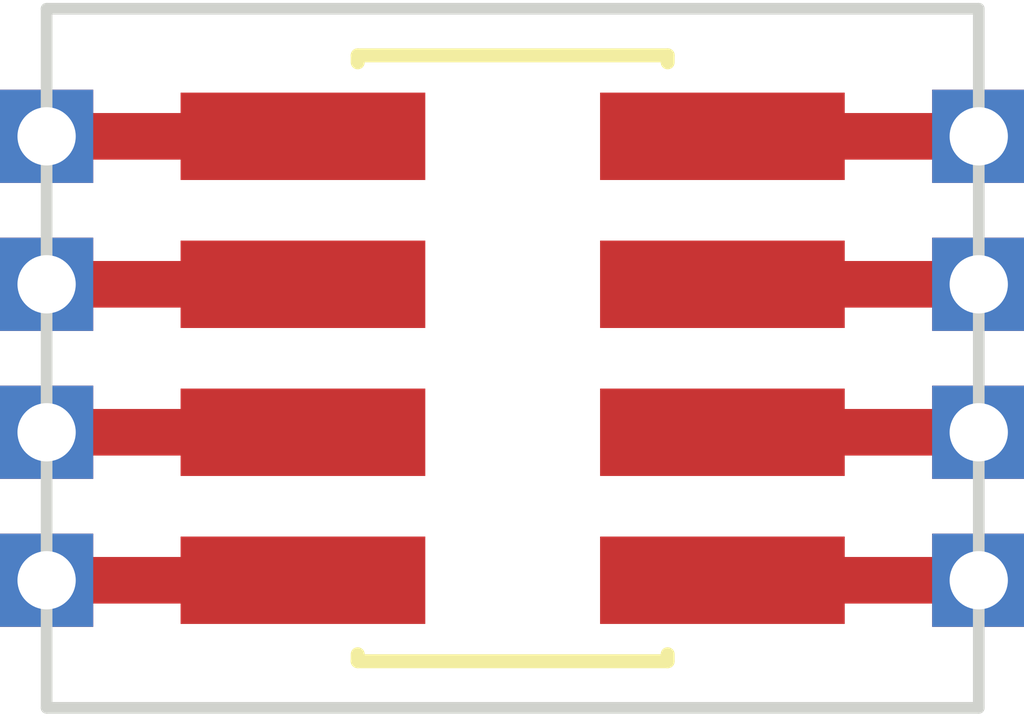
<source format=kicad_pcb>
(kicad_pcb (version 20171130) (host pcbnew "(5.0.0-rc3-dev-2-g101b68b)")

  (general
    (thickness 1.6)
    (drawings 4)
    (tracks 8)
    (zones 0)
    (modules 9)
    (nets 9)
  )

  (page A4)
  (layers
    (0 F.Cu signal)
    (31 B.Cu signal)
    (32 B.Adhes user)
    (33 F.Adhes user)
    (34 B.Paste user)
    (35 F.Paste user)
    (36 B.SilkS user)
    (37 F.SilkS user)
    (38 B.Mask user)
    (39 F.Mask user)
    (40 Dwgs.User user)
    (41 Cmts.User user)
    (42 Eco1.User user)
    (43 Eco2.User user)
    (44 Edge.Cuts user)
    (45 Margin user)
    (46 B.CrtYd user)
    (47 F.CrtYd user)
    (48 B.Fab user hide)
    (49 F.Fab user hide)
  )

  (setup
    (last_trace_width 0.4)
    (trace_clearance 0.2)
    (zone_clearance 0.508)
    (zone_45_only no)
    (trace_min 0.2)
    (segment_width 0.2)
    (edge_width 0.1)
    (via_size 0.6)
    (via_drill 0.3)
    (via_min_size 0.4)
    (via_min_drill 0.3)
    (uvia_size 0.3)
    (uvia_drill 0.1)
    (uvias_allowed no)
    (uvia_min_size 0.2)
    (uvia_min_drill 0.1)
    (pcb_text_width 0.3)
    (pcb_text_size 1.5 1.5)
    (mod_edge_width 0.15)
    (mod_text_size 1 1)
    (mod_text_width 0.15)
    (pad_size 0.8 0.8)
    (pad_drill 0.5)
    (pad_to_mask_clearance 0.1)
    (aux_axis_origin 0 0)
    (visible_elements FFFFFF7F)
    (pcbplotparams
      (layerselection 0x010fc_ffffffff)
      (usegerberextensions false)
      (usegerberattributes false)
      (usegerberadvancedattributes false)
      (creategerberjobfile false)
      (excludeedgelayer true)
      (linewidth 0.100000)
      (plotframeref false)
      (viasonmask false)
      (mode 1)
      (useauxorigin false)
      (hpglpennumber 1)
      (hpglpenspeed 20)
      (hpglpendiameter 15.000000)
      (psnegative false)
      (psa4output false)
      (plotreference true)
      (plotvalue true)
      (plotinvisibletext false)
      (padsonsilk false)
      (subtractmaskfromsilk false)
      (outputformat 1)
      (mirror false)
      (drillshape 1)
      (scaleselection 1)
      (outputdirectory ""))
  )

  (net 0 "")
  (net 1 GND)
  (net 2 /~CS)
  (net 3 /VCC)
  (net 4 /IO1_DO)
  (net 5 /IO3_~HOLD)
  (net 6 /CLK)
  (net 7 /IO2_~WP)
  (net 8 /IO0_DI)

  (net_class Default "This is the default net class."
    (clearance 0.2)
    (trace_width 0.4)
    (via_dia 0.6)
    (via_drill 0.3)
    (uvia_dia 0.3)
    (uvia_drill 0.1)
    (add_net /CLK)
    (add_net /IO0_DI)
    (add_net /IO1_DO)
    (add_net /IO2_~WP)
    (add_net /IO3_~HOLD)
    (add_net /VCC)
    (add_net /~CS)
    (add_net GND)
  )

  (module Connector_PinSocket_1.27mm:PinSocket_2x04_P1.27mm_Vertical_SMD (layer F.Cu) (tedit 5B7CA793) (tstamp 5B780FC2)
    (at 100 100)
    (descr "surface-mounted straight socket strip, 2x04, 1.27mm pitch, double cols (from Kicad 4.0.7!), script generated")
    (tags "Surface mounted socket strip SMD 2x04 1.27mm double row")
    (path /5B74FFB2)
    (attr smd)
    (fp_text reference J104 (at 0 -4.04) (layer F.Fab)
      (effects (font (size 1 1) (thickness 0.15)))
    )
    (fp_text value Conn_02x04_Odd_Even (at 0 4.04) (layer F.Fab)
      (effects (font (size 1 1) (thickness 0.15)))
    )
    (fp_line (start -1.33 -2.6) (end 1.33 -2.6) (layer F.SilkS) (width 0.12))
    (fp_line (start 1.33 -2.6) (end 1.33 -2.54) (layer F.SilkS) (width 0.12))
    (fp_line (start 1.33 2.54) (end 1.33 2.6) (layer F.SilkS) (width 0.12))
    (fp_line (start -1.33 2.6) (end 1.33 2.6) (layer F.SilkS) (width 0.12))
    (fp_line (start -1.33 -2.6) (end -1.33 -2.54) (layer F.SilkS) (width 0.12))
    (fp_line (start -1.33 2.54) (end -1.33 2.6) (layer F.SilkS) (width 0.12))
    (fp_line (start -1.27 -2.54) (end 0.635 -2.54) (layer F.Fab) (width 0.1))
    (fp_line (start 0.635 -2.54) (end 1.27 -1.905) (layer F.Fab) (width 0.1))
    (fp_line (start 1.27 -1.905) (end 1.27 2.54) (layer F.Fab) (width 0.1))
    (fp_line (start 1.27 2.54) (end -1.27 2.54) (layer F.Fab) (width 0.1))
    (fp_line (start -1.27 2.54) (end -1.27 -2.54) (layer F.Fab) (width 0.1))
    (fp_line (start -2.555 -2.105) (end -1.27 -2.105) (layer F.Fab) (width 0.1))
    (fp_line (start -1.27 -1.705) (end -2.555 -1.705) (layer F.Fab) (width 0.1))
    (fp_line (start -2.555 -1.705) (end -2.555 -2.105) (layer F.Fab) (width 0.1))
    (fp_line (start 1.27 -2.105) (end 2.555 -2.105) (layer F.Fab) (width 0.1))
    (fp_line (start 2.555 -2.105) (end 2.555 -1.705) (layer F.Fab) (width 0.1))
    (fp_line (start 2.555 -1.705) (end 1.27 -1.705) (layer F.Fab) (width 0.1))
    (fp_line (start -2.555 -0.835) (end -1.27 -0.835) (layer F.Fab) (width 0.1))
    (fp_line (start -1.27 -0.435) (end -2.555 -0.435) (layer F.Fab) (width 0.1))
    (fp_line (start -2.555 -0.435) (end -2.555 -0.835) (layer F.Fab) (width 0.1))
    (fp_line (start 1.27 -0.835) (end 2.555 -0.835) (layer F.Fab) (width 0.1))
    (fp_line (start 2.555 -0.835) (end 2.555 -0.435) (layer F.Fab) (width 0.1))
    (fp_line (start 2.555 -0.435) (end 1.27 -0.435) (layer F.Fab) (width 0.1))
    (fp_line (start -2.555 0.435) (end -1.27 0.435) (layer F.Fab) (width 0.1))
    (fp_line (start -1.27 0.835) (end -2.555 0.835) (layer F.Fab) (width 0.1))
    (fp_line (start -2.555 0.835) (end -2.555 0.435) (layer F.Fab) (width 0.1))
    (fp_line (start 1.27 0.435) (end 2.555 0.435) (layer F.Fab) (width 0.1))
    (fp_line (start 2.555 0.435) (end 2.555 0.835) (layer F.Fab) (width 0.1))
    (fp_line (start 2.555 0.835) (end 1.27 0.835) (layer F.Fab) (width 0.1))
    (fp_line (start -2.555 1.705) (end -1.27 1.705) (layer F.Fab) (width 0.1))
    (fp_line (start -1.27 2.105) (end -2.555 2.105) (layer F.Fab) (width 0.1))
    (fp_line (start -2.555 2.105) (end -2.555 1.705) (layer F.Fab) (width 0.1))
    (fp_line (start 1.27 1.705) (end 2.555 1.705) (layer F.Fab) (width 0.1))
    (fp_line (start 2.555 1.705) (end 2.555 2.105) (layer F.Fab) (width 0.1))
    (fp_line (start 2.555 2.105) (end 1.27 2.105) (layer F.Fab) (width 0.1))
    (fp_line (start -3.35 -3.05) (end 3.35 -3.05) (layer F.CrtYd) (width 0.05))
    (fp_line (start 3.35 -3.05) (end 3.35 3.05) (layer F.CrtYd) (width 0.05))
    (fp_line (start 3.35 3.05) (end -3.35 3.05) (layer F.CrtYd) (width 0.05))
    (fp_line (start -3.35 3.05) (end -3.35 -3.05) (layer F.CrtYd) (width 0.05))
    (fp_text user %R (at 0 0 90) (layer F.Fab)
      (effects (font (size 1 1) (thickness 0.15)))
    )
    (pad 1 smd rect (at 1.8 -1.905) (size 2.1 0.75) (layers F.Cu F.Paste F.Mask)
      (net 3 /VCC))
    (pad 2 smd rect (at -1.8 -1.905) (size 2.1 0.75) (layers F.Cu F.Paste F.Mask)
      (net 2 /~CS))
    (pad 3 smd rect (at 1.8 -0.635) (size 2.1 0.75) (layers F.Cu F.Paste F.Mask)
      (net 5 /IO3_~HOLD))
    (pad 4 smd rect (at -1.8 -0.635) (size 2.1 0.75) (layers F.Cu F.Paste F.Mask)
      (net 4 /IO1_DO))
    (pad 5 smd rect (at 1.8 0.635) (size 2.1 0.75) (layers F.Cu F.Paste F.Mask)
      (net 6 /CLK))
    (pad 6 smd rect (at -1.8 0.635) (size 2.1 0.75) (layers F.Cu F.Paste F.Mask)
      (net 7 /IO2_~WP))
    (pad 7 smd rect (at 1.8 1.905) (size 2.1 0.75) (layers F.Cu F.Paste F.Mask)
      (net 8 /IO0_DI))
    (pad 8 smd rect (at -1.8 1.905) (size 2.1 0.75) (layers F.Cu F.Paste F.Mask)
      (net 1 GND))
    (model ${KISYS3DMOD}/Connector_PinSocket_1.27mm.3dshapes/PinSocket_2x04_P1.27mm_Vertical_SMD.wrl
      (at (xyz 0 0 0))
      (scale (xyz 1 1 1))
      (rotate (xyz 0 0 0))
    )
  )

  (module Connector_PinHeader_1.27mm:PinHeader_1x01_P1.27mm_Vertical (layer F.Cu) (tedit 5B7504BE) (tstamp 5B781B17)
    (at 104 99.365)
    (descr "Through hole straight pin header, 1x01, 1.27mm pitch, single row")
    (tags "Through hole pin header THT 1x01 1.27mm single row")
    (path /5B750BA4)
    (fp_text reference J105 (at 0 -1.695) (layer F.Fab)
      (effects (font (size 1 1) (thickness 0.15)))
    )
    (fp_text value Conn_01x01_Female (at 0 1.695) (layer F.Fab)
      (effects (font (size 1 1) (thickness 0.15)))
    )
    (pad 1 thru_hole rect (at 0 0) (size 0.8 0.8) (drill 0.5) (layers *.Cu *.Mask)
      (net 5 /IO3_~HOLD))
    (model ${KISYS3DMOD}/Connector_PinHeader_1.27mm.3dshapes/PinHeader_1x01_P1.27mm_Vertical.wrl
      (at (xyz 0 0 0))
      (scale (xyz 1 1 1))
      (rotate (xyz 0 0 0))
    )
  )

  (module Connector_PinHeader_1.27mm:PinHeader_1x01_P1.27mm_Vertical (layer F.Cu) (tedit 5B750488) (tstamp 5B781A60)
    (at 104 101.905)
    (descr "Through hole straight pin header, 1x01, 1.27mm pitch, single row")
    (tags "Through hole pin header THT 1x01 1.27mm single row")
    (path /5B750B28)
    (fp_text reference J109 (at 0 -1.695) (layer F.Fab)
      (effects (font (size 1 1) (thickness 0.15)))
    )
    (fp_text value Conn_01x01_Female (at 0 1.695) (layer F.Fab)
      (effects (font (size 1 1) (thickness 0.15)))
    )
    (pad 1 thru_hole rect (at 0 0) (size 0.8 0.8) (drill 0.5) (layers *.Cu *.Mask)
      (net 8 /IO0_DI))
    (model ${KISYS3DMOD}/Connector_PinHeader_1.27mm.3dshapes/PinHeader_1x01_P1.27mm_Vertical.wrl
      (at (xyz 0 0 0))
      (scale (xyz 1 1 1))
      (rotate (xyz 0 0 0))
    )
  )

  (module Connector_PinHeader_1.27mm:PinHeader_1x01_P1.27mm_Vertical (layer F.Cu) (tedit 5B750467) (tstamp 5B7819B2)
    (at 104 100.635)
    (descr "Through hole straight pin header, 1x01, 1.27mm pitch, single row")
    (tags "Through hole pin header THT 1x01 1.27mm single row")
    (path /5B750B88)
    (fp_text reference J107 (at 0 -1.695) (layer F.Fab)
      (effects (font (size 1 1) (thickness 0.15)))
    )
    (fp_text value Conn_01x01_Female (at 0 1.695) (layer F.Fab)
      (effects (font (size 1 1) (thickness 0.15)))
    )
    (pad 1 thru_hole rect (at 0 0) (size 0.8 0.8) (drill 0.5) (layers *.Cu *.Mask)
      (net 6 /CLK))
    (model ${KISYS3DMOD}/Connector_PinHeader_1.27mm.3dshapes/PinHeader_1x01_P1.27mm_Vertical.wrl
      (at (xyz 0 0 0))
      (scale (xyz 1 1 1))
      (rotate (xyz 0 0 0))
    )
  )

  (module Connector_PinHeader_1.27mm:PinHeader_1x01_P1.27mm_Vertical (layer F.Cu) (tedit 5B750382) (tstamp 5B781989)
    (at 96 100.635)
    (descr "Through hole straight pin header, 1x01, 1.27mm pitch, single row")
    (tags "Through hole pin header THT 1x01 1.27mm single row")
    (path /5B750AFA)
    (fp_text reference J106 (at 0 -1.695) (layer F.Fab)
      (effects (font (size 1 1) (thickness 0.15)))
    )
    (fp_text value Conn_01x01_Female (at 0 1.695) (layer F.Fab)
      (effects (font (size 1 1) (thickness 0.15)))
    )
    (pad 1 thru_hole rect (at 0 0) (size 0.8 0.8) (drill 0.5) (layers *.Cu *.Mask)
      (net 7 /IO2_~WP))
    (model ${KISYS3DMOD}/Connector_PinHeader_1.27mm.3dshapes/PinHeader_1x01_P1.27mm_Vertical.wrl
      (at (xyz 0 0 0))
      (scale (xyz 1 1 1))
      (rotate (xyz 0 0 0))
    )
  )

  (module Connector_PinHeader_1.27mm:PinHeader_1x01_P1.27mm_Vertical (layer F.Cu) (tedit 5B7502FB) (tstamp 5B781917)
    (at 96 101.905)
    (descr "Through hole straight pin header, 1x01, 1.27mm pitch, single row")
    (tags "Through hole pin header THT 1x01 1.27mm single row")
    (path /5B750B10)
    (fp_text reference J108 (at 0 -1.695) (layer F.Fab)
      (effects (font (size 1 1) (thickness 0.15)))
    )
    (fp_text value Conn_01x01_Female (at 0 1.695) (layer F.Fab)
      (effects (font (size 1 1) (thickness 0.15)))
    )
    (pad 1 thru_hole rect (at 0 0) (size 0.8 0.8) (drill 0.5) (layers *.Cu *.Mask)
      (net 1 GND))
    (model ${KISYS3DMOD}/Connector_PinHeader_1.27mm.3dshapes/PinHeader_1x01_P1.27mm_Vertical.wrl
      (at (xyz 0 0 0))
      (scale (xyz 1 1 1))
      (rotate (xyz 0 0 0))
    )
  )

  (module Connector_PinHeader_1.27mm:PinHeader_1x01_P1.27mm_Vertical (layer F.Cu) (tedit 5B7501B0) (tstamp 5B78181C)
    (at 96 99.365)
    (descr "Through hole straight pin header, 1x01, 1.27mm pitch, single row")
    (tags "Through hole pin header THT 1x01 1.27mm single row")
    (path /5B750AE4)
    (fp_text reference J103 (at 0 -1.695) (layer F.Fab)
      (effects (font (size 1 1) (thickness 0.15)))
    )
    (fp_text value Conn_01x01_Female (at 0 1.695) (layer F.Fab)
      (effects (font (size 1 1) (thickness 0.15)))
    )
    (pad 1 thru_hole rect (at 0 0) (size 0.8 0.8) (drill 0.5) (layers *.Cu *.Mask)
      (net 4 /IO1_DO))
    (model ${KISYS3DMOD}/Connector_PinHeader_1.27mm.3dshapes/PinHeader_1x01_P1.27mm_Vertical.wrl
      (at (xyz 0 0 0))
      (scale (xyz 1 1 1))
      (rotate (xyz 0 0 0))
    )
  )

  (module Connector_PinHeader_1.27mm:PinHeader_1x01_P1.27mm_Vertical (layer F.Cu) (tedit 5B750189) (tstamp 5B780F61)
    (at 96 98.095)
    (descr "Through hole straight pin header, 1x01, 1.27mm pitch, single row")
    (tags "Through hole pin header THT 1x01 1.27mm single row")
    (path /5B7501C7)
    (fp_text reference J101 (at 0 -1.695) (layer F.Fab)
      (effects (font (size 1 1) (thickness 0.15)))
    )
    (fp_text value Conn_01x01_Female (at 0 1.695) (layer F.Fab)
      (effects (font (size 1 1) (thickness 0.15)))
    )
    (pad 1 thru_hole rect (at 0 0) (size 0.8 0.8) (drill 0.5) (layers *.Cu *.Mask)
      (net 2 /~CS))
    (model ${KISYS3DMOD}/Connector_PinHeader_1.27mm.3dshapes/PinHeader_1x01_P1.27mm_Vertical.wrl
      (at (xyz 0 0 0))
      (scale (xyz 1 1 1))
      (rotate (xyz 0 0 0))
    )
  )

  (module Connector_PinHeader_1.27mm:PinHeader_1x01_P1.27mm_Vertical (layer F.Cu) (tedit 5B750161) (tstamp 5B78171A)
    (at 104 98.095)
    (descr "Through hole straight pin header, 1x01, 1.27mm pitch, single row")
    (tags "Through hole pin header THT 1x01 1.27mm single row")
    (path /5B750BC2)
    (fp_text reference J102 (at 0 -1.695) (layer F.Fab)
      (effects (font (size 1 1) (thickness 0.15)))
    )
    (fp_text value Conn_01x01_Female (at 0 1.695) (layer F.Fab)
      (effects (font (size 1 1) (thickness 0.15)))
    )
    (pad 1 thru_hole rect (at 0 0) (size 0.8 0.8) (drill 0.5) (layers *.Cu *.Mask)
      (net 3 /VCC))
    (model ${KISYS3DMOD}/Connector_PinHeader_1.27mm.3dshapes/PinHeader_1x01_P1.27mm_Vertical.wrl
      (at (xyz 0 0 0))
      (scale (xyz 1 1 1))
      (rotate (xyz 0 0 0))
    )
  )

  (gr_line (start 96 103) (end 96 97) (layer Edge.Cuts) (width 0.1) (tstamp 5B77BEBD))
  (gr_line (start 104 103) (end 96 103) (layer Edge.Cuts) (width 0.1))
  (gr_line (start 104 97) (end 104 103) (layer Edge.Cuts) (width 0.1))
  (gr_line (start 96 97) (end 104 97) (layer Edge.Cuts) (width 0.1))

  (segment (start 96 101.905) (end 98.2 101.905) (width 0.4) (layer F.Cu) (net 1))
  (segment (start 96 98.095) (end 98.2 98.095) (width 0.4) (layer F.Cu) (net 2))
  (segment (start 101.8 98.095) (end 104 98.095) (width 0.4) (layer F.Cu) (net 3))
  (segment (start 96 99.365) (end 98.2 99.365) (width 0.4) (layer F.Cu) (net 4))
  (segment (start 104 99.365) (end 101.8 99.365) (width 0.4) (layer F.Cu) (net 5))
  (segment (start 101.8 100.635) (end 104 100.635) (width 0.4) (layer F.Cu) (net 6))
  (segment (start 96 100.635) (end 98.2 100.635) (width 0.4) (layer F.Cu) (net 7))
  (segment (start 104 101.905) (end 101.8 101.905) (width 0.4) (layer F.Cu) (net 8))

)

</source>
